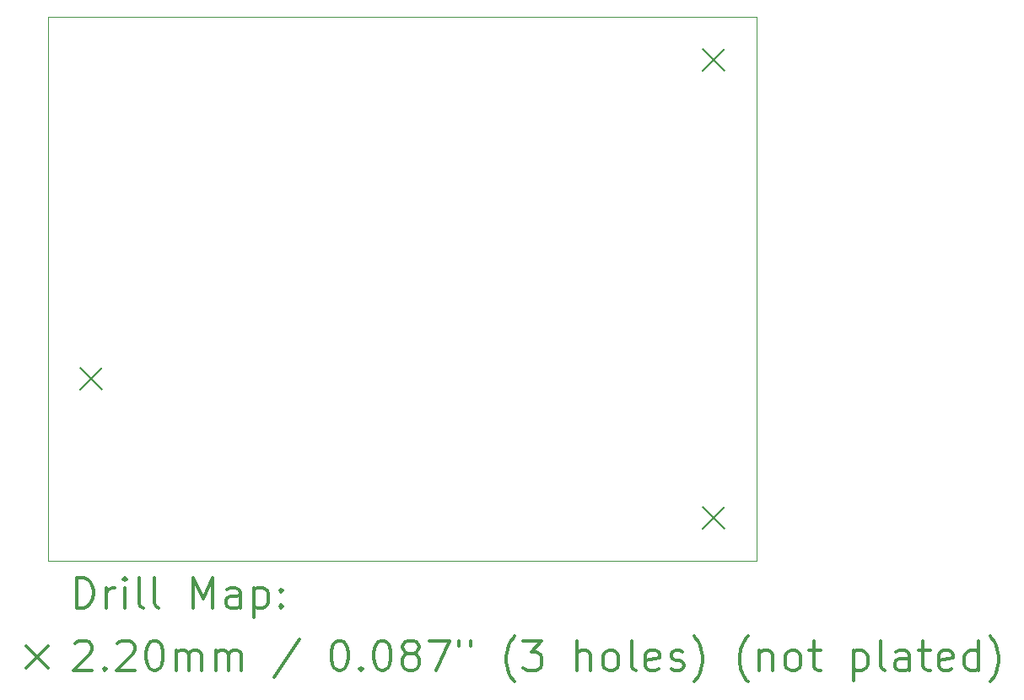
<source format=gbr>
%FSLAX45Y45*%
G04 Gerber Fmt 4.5, Leading zero omitted, Abs format (unit mm)*
G04 Created by KiCad (PCBNEW (5.1.9)-1) date 2022-05-29 14:43:06*
%MOMM*%
%LPD*%
G01*
G04 APERTURE LIST*
%TA.AperFunction,Profile*%
%ADD10C,0.050000*%
%TD*%
%ADD11C,0.200000*%
%ADD12C,0.300000*%
G04 APERTURE END LIST*
D10*
X11176000Y-12573000D02*
X11176000Y-7112000D01*
X18288000Y-12573000D02*
X11176000Y-12573000D01*
X18288000Y-7112000D02*
X18288000Y-12573000D01*
X11176000Y-7112000D02*
X18288000Y-7112000D01*
D11*
X11497800Y-10634200D02*
X11717800Y-10854200D01*
X11717800Y-10634200D02*
X11497800Y-10854200D01*
X17746200Y-7433800D02*
X17966200Y-7653800D01*
X17966200Y-7433800D02*
X17746200Y-7653800D01*
X17746200Y-12031200D02*
X17966200Y-12251200D01*
X17966200Y-12031200D02*
X17746200Y-12251200D01*
D12*
X11459928Y-13041214D02*
X11459928Y-12741214D01*
X11531357Y-12741214D01*
X11574214Y-12755500D01*
X11602786Y-12784071D01*
X11617071Y-12812643D01*
X11631357Y-12869786D01*
X11631357Y-12912643D01*
X11617071Y-12969786D01*
X11602786Y-12998357D01*
X11574214Y-13026929D01*
X11531357Y-13041214D01*
X11459928Y-13041214D01*
X11759928Y-13041214D02*
X11759928Y-12841214D01*
X11759928Y-12898357D02*
X11774214Y-12869786D01*
X11788500Y-12855500D01*
X11817071Y-12841214D01*
X11845643Y-12841214D01*
X11945643Y-13041214D02*
X11945643Y-12841214D01*
X11945643Y-12741214D02*
X11931357Y-12755500D01*
X11945643Y-12769786D01*
X11959928Y-12755500D01*
X11945643Y-12741214D01*
X11945643Y-12769786D01*
X12131357Y-13041214D02*
X12102786Y-13026929D01*
X12088500Y-12998357D01*
X12088500Y-12741214D01*
X12288500Y-13041214D02*
X12259928Y-13026929D01*
X12245643Y-12998357D01*
X12245643Y-12741214D01*
X12631357Y-13041214D02*
X12631357Y-12741214D01*
X12731357Y-12955500D01*
X12831357Y-12741214D01*
X12831357Y-13041214D01*
X13102786Y-13041214D02*
X13102786Y-12884071D01*
X13088500Y-12855500D01*
X13059928Y-12841214D01*
X13002786Y-12841214D01*
X12974214Y-12855500D01*
X13102786Y-13026929D02*
X13074214Y-13041214D01*
X13002786Y-13041214D01*
X12974214Y-13026929D01*
X12959928Y-12998357D01*
X12959928Y-12969786D01*
X12974214Y-12941214D01*
X13002786Y-12926929D01*
X13074214Y-12926929D01*
X13102786Y-12912643D01*
X13245643Y-12841214D02*
X13245643Y-13141214D01*
X13245643Y-12855500D02*
X13274214Y-12841214D01*
X13331357Y-12841214D01*
X13359928Y-12855500D01*
X13374214Y-12869786D01*
X13388500Y-12898357D01*
X13388500Y-12984071D01*
X13374214Y-13012643D01*
X13359928Y-13026929D01*
X13331357Y-13041214D01*
X13274214Y-13041214D01*
X13245643Y-13026929D01*
X13517071Y-13012643D02*
X13531357Y-13026929D01*
X13517071Y-13041214D01*
X13502786Y-13026929D01*
X13517071Y-13012643D01*
X13517071Y-13041214D01*
X13517071Y-12855500D02*
X13531357Y-12869786D01*
X13517071Y-12884071D01*
X13502786Y-12869786D01*
X13517071Y-12855500D01*
X13517071Y-12884071D01*
X10953500Y-13425500D02*
X11173500Y-13645500D01*
X11173500Y-13425500D02*
X10953500Y-13645500D01*
X11445643Y-13399786D02*
X11459928Y-13385500D01*
X11488500Y-13371214D01*
X11559928Y-13371214D01*
X11588500Y-13385500D01*
X11602786Y-13399786D01*
X11617071Y-13428357D01*
X11617071Y-13456929D01*
X11602786Y-13499786D01*
X11431357Y-13671214D01*
X11617071Y-13671214D01*
X11745643Y-13642643D02*
X11759928Y-13656929D01*
X11745643Y-13671214D01*
X11731357Y-13656929D01*
X11745643Y-13642643D01*
X11745643Y-13671214D01*
X11874214Y-13399786D02*
X11888500Y-13385500D01*
X11917071Y-13371214D01*
X11988500Y-13371214D01*
X12017071Y-13385500D01*
X12031357Y-13399786D01*
X12045643Y-13428357D01*
X12045643Y-13456929D01*
X12031357Y-13499786D01*
X11859928Y-13671214D01*
X12045643Y-13671214D01*
X12231357Y-13371214D02*
X12259928Y-13371214D01*
X12288500Y-13385500D01*
X12302786Y-13399786D01*
X12317071Y-13428357D01*
X12331357Y-13485500D01*
X12331357Y-13556929D01*
X12317071Y-13614071D01*
X12302786Y-13642643D01*
X12288500Y-13656929D01*
X12259928Y-13671214D01*
X12231357Y-13671214D01*
X12202786Y-13656929D01*
X12188500Y-13642643D01*
X12174214Y-13614071D01*
X12159928Y-13556929D01*
X12159928Y-13485500D01*
X12174214Y-13428357D01*
X12188500Y-13399786D01*
X12202786Y-13385500D01*
X12231357Y-13371214D01*
X12459928Y-13671214D02*
X12459928Y-13471214D01*
X12459928Y-13499786D02*
X12474214Y-13485500D01*
X12502786Y-13471214D01*
X12545643Y-13471214D01*
X12574214Y-13485500D01*
X12588500Y-13514071D01*
X12588500Y-13671214D01*
X12588500Y-13514071D02*
X12602786Y-13485500D01*
X12631357Y-13471214D01*
X12674214Y-13471214D01*
X12702786Y-13485500D01*
X12717071Y-13514071D01*
X12717071Y-13671214D01*
X12859928Y-13671214D02*
X12859928Y-13471214D01*
X12859928Y-13499786D02*
X12874214Y-13485500D01*
X12902786Y-13471214D01*
X12945643Y-13471214D01*
X12974214Y-13485500D01*
X12988500Y-13514071D01*
X12988500Y-13671214D01*
X12988500Y-13514071D02*
X13002786Y-13485500D01*
X13031357Y-13471214D01*
X13074214Y-13471214D01*
X13102786Y-13485500D01*
X13117071Y-13514071D01*
X13117071Y-13671214D01*
X13702786Y-13356929D02*
X13445643Y-13742643D01*
X14088500Y-13371214D02*
X14117071Y-13371214D01*
X14145643Y-13385500D01*
X14159928Y-13399786D01*
X14174214Y-13428357D01*
X14188500Y-13485500D01*
X14188500Y-13556929D01*
X14174214Y-13614071D01*
X14159928Y-13642643D01*
X14145643Y-13656929D01*
X14117071Y-13671214D01*
X14088500Y-13671214D01*
X14059928Y-13656929D01*
X14045643Y-13642643D01*
X14031357Y-13614071D01*
X14017071Y-13556929D01*
X14017071Y-13485500D01*
X14031357Y-13428357D01*
X14045643Y-13399786D01*
X14059928Y-13385500D01*
X14088500Y-13371214D01*
X14317071Y-13642643D02*
X14331357Y-13656929D01*
X14317071Y-13671214D01*
X14302786Y-13656929D01*
X14317071Y-13642643D01*
X14317071Y-13671214D01*
X14517071Y-13371214D02*
X14545643Y-13371214D01*
X14574214Y-13385500D01*
X14588500Y-13399786D01*
X14602786Y-13428357D01*
X14617071Y-13485500D01*
X14617071Y-13556929D01*
X14602786Y-13614071D01*
X14588500Y-13642643D01*
X14574214Y-13656929D01*
X14545643Y-13671214D01*
X14517071Y-13671214D01*
X14488500Y-13656929D01*
X14474214Y-13642643D01*
X14459928Y-13614071D01*
X14445643Y-13556929D01*
X14445643Y-13485500D01*
X14459928Y-13428357D01*
X14474214Y-13399786D01*
X14488500Y-13385500D01*
X14517071Y-13371214D01*
X14788500Y-13499786D02*
X14759928Y-13485500D01*
X14745643Y-13471214D01*
X14731357Y-13442643D01*
X14731357Y-13428357D01*
X14745643Y-13399786D01*
X14759928Y-13385500D01*
X14788500Y-13371214D01*
X14845643Y-13371214D01*
X14874214Y-13385500D01*
X14888500Y-13399786D01*
X14902786Y-13428357D01*
X14902786Y-13442643D01*
X14888500Y-13471214D01*
X14874214Y-13485500D01*
X14845643Y-13499786D01*
X14788500Y-13499786D01*
X14759928Y-13514071D01*
X14745643Y-13528357D01*
X14731357Y-13556929D01*
X14731357Y-13614071D01*
X14745643Y-13642643D01*
X14759928Y-13656929D01*
X14788500Y-13671214D01*
X14845643Y-13671214D01*
X14874214Y-13656929D01*
X14888500Y-13642643D01*
X14902786Y-13614071D01*
X14902786Y-13556929D01*
X14888500Y-13528357D01*
X14874214Y-13514071D01*
X14845643Y-13499786D01*
X15002786Y-13371214D02*
X15202786Y-13371214D01*
X15074214Y-13671214D01*
X15302786Y-13371214D02*
X15302786Y-13428357D01*
X15417071Y-13371214D02*
X15417071Y-13428357D01*
X15859928Y-13785500D02*
X15845643Y-13771214D01*
X15817071Y-13728357D01*
X15802786Y-13699786D01*
X15788500Y-13656929D01*
X15774214Y-13585500D01*
X15774214Y-13528357D01*
X15788500Y-13456929D01*
X15802786Y-13414071D01*
X15817071Y-13385500D01*
X15845643Y-13342643D01*
X15859928Y-13328357D01*
X15945643Y-13371214D02*
X16131357Y-13371214D01*
X16031357Y-13485500D01*
X16074214Y-13485500D01*
X16102786Y-13499786D01*
X16117071Y-13514071D01*
X16131357Y-13542643D01*
X16131357Y-13614071D01*
X16117071Y-13642643D01*
X16102786Y-13656929D01*
X16074214Y-13671214D01*
X15988500Y-13671214D01*
X15959928Y-13656929D01*
X15945643Y-13642643D01*
X16488500Y-13671214D02*
X16488500Y-13371214D01*
X16617071Y-13671214D02*
X16617071Y-13514071D01*
X16602786Y-13485500D01*
X16574214Y-13471214D01*
X16531357Y-13471214D01*
X16502786Y-13485500D01*
X16488500Y-13499786D01*
X16802786Y-13671214D02*
X16774214Y-13656929D01*
X16759928Y-13642643D01*
X16745643Y-13614071D01*
X16745643Y-13528357D01*
X16759928Y-13499786D01*
X16774214Y-13485500D01*
X16802786Y-13471214D01*
X16845643Y-13471214D01*
X16874214Y-13485500D01*
X16888500Y-13499786D01*
X16902786Y-13528357D01*
X16902786Y-13614071D01*
X16888500Y-13642643D01*
X16874214Y-13656929D01*
X16845643Y-13671214D01*
X16802786Y-13671214D01*
X17074214Y-13671214D02*
X17045643Y-13656929D01*
X17031357Y-13628357D01*
X17031357Y-13371214D01*
X17302786Y-13656929D02*
X17274214Y-13671214D01*
X17217071Y-13671214D01*
X17188500Y-13656929D01*
X17174214Y-13628357D01*
X17174214Y-13514071D01*
X17188500Y-13485500D01*
X17217071Y-13471214D01*
X17274214Y-13471214D01*
X17302786Y-13485500D01*
X17317071Y-13514071D01*
X17317071Y-13542643D01*
X17174214Y-13571214D01*
X17431357Y-13656929D02*
X17459928Y-13671214D01*
X17517071Y-13671214D01*
X17545643Y-13656929D01*
X17559928Y-13628357D01*
X17559928Y-13614071D01*
X17545643Y-13585500D01*
X17517071Y-13571214D01*
X17474214Y-13571214D01*
X17445643Y-13556929D01*
X17431357Y-13528357D01*
X17431357Y-13514071D01*
X17445643Y-13485500D01*
X17474214Y-13471214D01*
X17517071Y-13471214D01*
X17545643Y-13485500D01*
X17659928Y-13785500D02*
X17674214Y-13771214D01*
X17702786Y-13728357D01*
X17717071Y-13699786D01*
X17731357Y-13656929D01*
X17745643Y-13585500D01*
X17745643Y-13528357D01*
X17731357Y-13456929D01*
X17717071Y-13414071D01*
X17702786Y-13385500D01*
X17674214Y-13342643D01*
X17659928Y-13328357D01*
X18202786Y-13785500D02*
X18188500Y-13771214D01*
X18159928Y-13728357D01*
X18145643Y-13699786D01*
X18131357Y-13656929D01*
X18117071Y-13585500D01*
X18117071Y-13528357D01*
X18131357Y-13456929D01*
X18145643Y-13414071D01*
X18159928Y-13385500D01*
X18188500Y-13342643D01*
X18202786Y-13328357D01*
X18317071Y-13471214D02*
X18317071Y-13671214D01*
X18317071Y-13499786D02*
X18331357Y-13485500D01*
X18359928Y-13471214D01*
X18402786Y-13471214D01*
X18431357Y-13485500D01*
X18445643Y-13514071D01*
X18445643Y-13671214D01*
X18631357Y-13671214D02*
X18602786Y-13656929D01*
X18588500Y-13642643D01*
X18574214Y-13614071D01*
X18574214Y-13528357D01*
X18588500Y-13499786D01*
X18602786Y-13485500D01*
X18631357Y-13471214D01*
X18674214Y-13471214D01*
X18702786Y-13485500D01*
X18717071Y-13499786D01*
X18731357Y-13528357D01*
X18731357Y-13614071D01*
X18717071Y-13642643D01*
X18702786Y-13656929D01*
X18674214Y-13671214D01*
X18631357Y-13671214D01*
X18817071Y-13471214D02*
X18931357Y-13471214D01*
X18859928Y-13371214D02*
X18859928Y-13628357D01*
X18874214Y-13656929D01*
X18902786Y-13671214D01*
X18931357Y-13671214D01*
X19259928Y-13471214D02*
X19259928Y-13771214D01*
X19259928Y-13485500D02*
X19288500Y-13471214D01*
X19345643Y-13471214D01*
X19374214Y-13485500D01*
X19388500Y-13499786D01*
X19402786Y-13528357D01*
X19402786Y-13614071D01*
X19388500Y-13642643D01*
X19374214Y-13656929D01*
X19345643Y-13671214D01*
X19288500Y-13671214D01*
X19259928Y-13656929D01*
X19574214Y-13671214D02*
X19545643Y-13656929D01*
X19531357Y-13628357D01*
X19531357Y-13371214D01*
X19817071Y-13671214D02*
X19817071Y-13514071D01*
X19802786Y-13485500D01*
X19774214Y-13471214D01*
X19717071Y-13471214D01*
X19688500Y-13485500D01*
X19817071Y-13656929D02*
X19788500Y-13671214D01*
X19717071Y-13671214D01*
X19688500Y-13656929D01*
X19674214Y-13628357D01*
X19674214Y-13599786D01*
X19688500Y-13571214D01*
X19717071Y-13556929D01*
X19788500Y-13556929D01*
X19817071Y-13542643D01*
X19917071Y-13471214D02*
X20031357Y-13471214D01*
X19959928Y-13371214D02*
X19959928Y-13628357D01*
X19974214Y-13656929D01*
X20002786Y-13671214D01*
X20031357Y-13671214D01*
X20245643Y-13656929D02*
X20217071Y-13671214D01*
X20159928Y-13671214D01*
X20131357Y-13656929D01*
X20117071Y-13628357D01*
X20117071Y-13514071D01*
X20131357Y-13485500D01*
X20159928Y-13471214D01*
X20217071Y-13471214D01*
X20245643Y-13485500D01*
X20259928Y-13514071D01*
X20259928Y-13542643D01*
X20117071Y-13571214D01*
X20517071Y-13671214D02*
X20517071Y-13371214D01*
X20517071Y-13656929D02*
X20488500Y-13671214D01*
X20431357Y-13671214D01*
X20402786Y-13656929D01*
X20388500Y-13642643D01*
X20374214Y-13614071D01*
X20374214Y-13528357D01*
X20388500Y-13499786D01*
X20402786Y-13485500D01*
X20431357Y-13471214D01*
X20488500Y-13471214D01*
X20517071Y-13485500D01*
X20631357Y-13785500D02*
X20645643Y-13771214D01*
X20674214Y-13728357D01*
X20688500Y-13699786D01*
X20702786Y-13656929D01*
X20717071Y-13585500D01*
X20717071Y-13528357D01*
X20702786Y-13456929D01*
X20688500Y-13414071D01*
X20674214Y-13385500D01*
X20645643Y-13342643D01*
X20631357Y-13328357D01*
M02*

</source>
